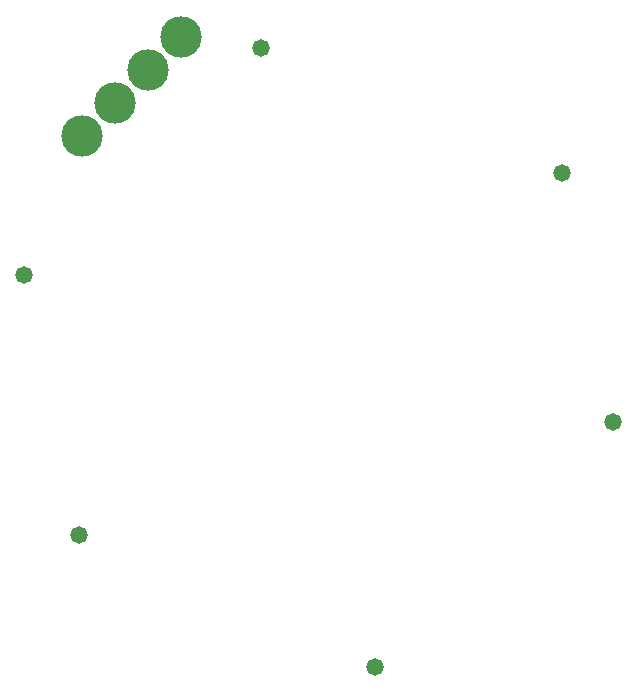
<source format=gbs>
G04*
G04 #@! TF.GenerationSoftware,Altium Limited,CircuitMaker,2.3.0 (2.3.0.3)*
G04*
G04 Layer_Color=8150272*
%FSLAX25Y25*%
%MOIN*%
G70*
G04*
G04 #@! TF.SameCoordinates,F5C641B9-28B3-4D49-9DD8-C7E1E1099596*
G04*
G04*
G04 #@! TF.FilePolarity,Negative*
G04*
G01*
G75*
%ADD18C,0.13792*%
%ADD19C,0.05800*%
D18*
X-79233Y73424D02*
D03*
X-68209Y84448D02*
D03*
X-57185Y95472D02*
D03*
X-46161Y106497D02*
D03*
D19*
X-98524Y27362D02*
D03*
X-80216Y-59469D02*
D03*
X80706Y61372D02*
D03*
X18403Y-103392D02*
D03*
X97835Y-21850D02*
D03*
X-19390Y103010D02*
D03*
M02*

</source>
